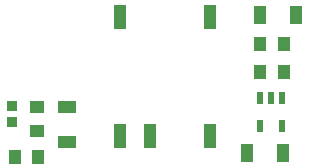
<source format=gtp>
G04*
G04 #@! TF.GenerationSoftware,Altium Limited,Altium Designer,20.2.7 (254)*
G04*
G04 Layer_Color=8421504*
%FSLAX25Y25*%
%MOIN*%
G70*
G04*
G04 #@! TF.SameCoordinates,96668020-E94A-4B99-9336-B782C63C42B1*
G04*
G04*
G04 #@! TF.FilePolarity,Positive*
G04*
G01*
G75*
%ADD13R,0.03937X0.06299*%
%ADD14R,0.03937X0.04921*%
%ADD15R,0.02362X0.03937*%
%ADD16R,0.03937X0.08268*%
%ADD17R,0.03347X0.03347*%
%ADD18R,0.04921X0.03937*%
%ADD19R,0.06299X0.03937*%
D13*
X87795Y166929D02*
D03*
X99606D02*
D03*
X83465Y120866D02*
D03*
X95276D02*
D03*
D14*
X87795Y157087D02*
D03*
X95669D02*
D03*
X87795Y148031D02*
D03*
X95669D02*
D03*
X5906Y119685D02*
D03*
X13780D02*
D03*
D15*
X95079Y129921D02*
D03*
X87598D02*
D03*
Y139370D02*
D03*
X91339D02*
D03*
X95079D02*
D03*
D16*
X40905Y166339D02*
D03*
X70906D02*
D03*
Y126575D02*
D03*
X50906D02*
D03*
X40905D02*
D03*
D17*
X5118Y136615D02*
D03*
Y131103D02*
D03*
D18*
X13386Y136221D02*
D03*
Y128347D02*
D03*
D19*
X23228Y124409D02*
D03*
Y136221D02*
D03*
M02*

</source>
